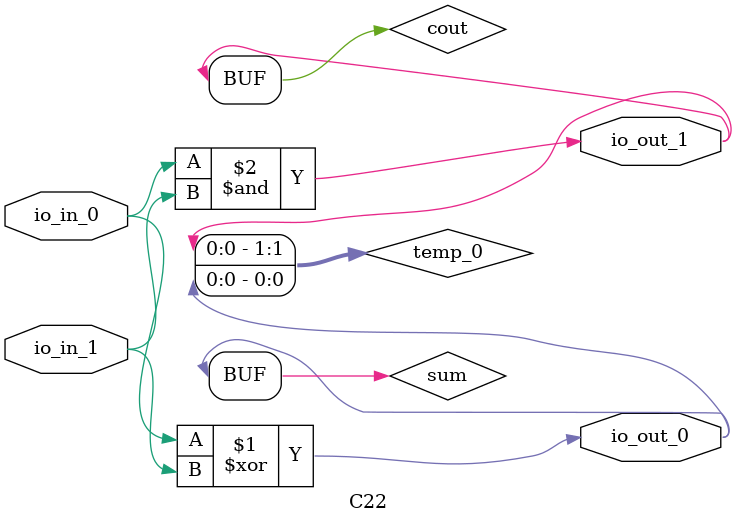
<source format=v>
module C22(
  input   io_in_0,
  input   io_in_1,
  output  io_out_0,
  output  io_out_1
);
  wire  sum = io_in_0 ^ io_in_1; // @[CSA.scala 34:17]
  wire  cout = io_in_0 & io_in_1; // @[CSA.scala 35:18]
  wire [1:0] temp_0 = {cout,sum}; // @[Cat.scala 31:58]
  assign io_out_0 = temp_0[0]; // @[CSA.scala 38:73]
  assign io_out_1 = temp_0[1]; // @[CSA.scala 38:73]
endmodule

</source>
